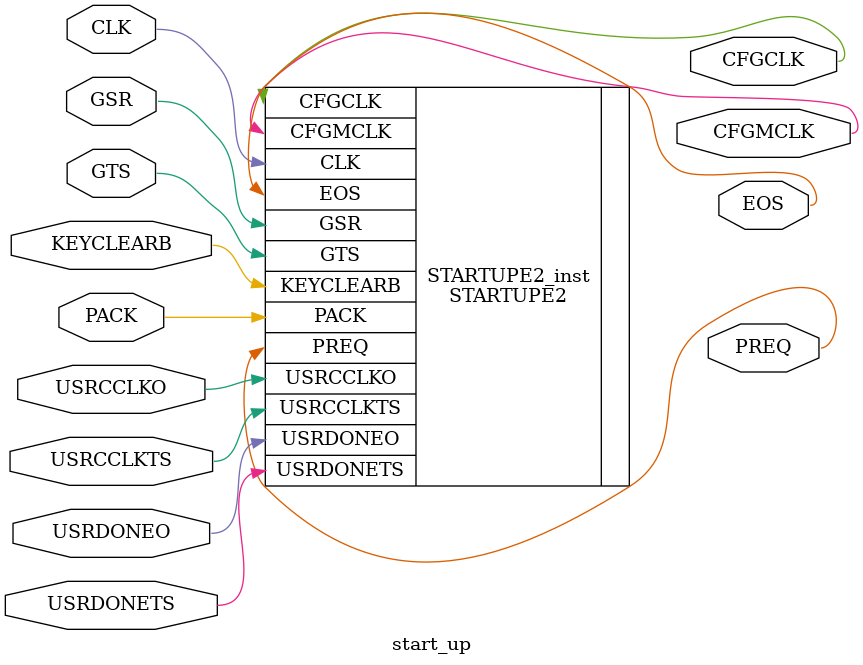
<source format=v>
module start_up(input CLK, input  GSR , input GTS , input KEYCLEARB, input  PACK , input USRCCLKO , input USRCCLKTS, input   USRDONEO, input  USRDONETS,
output CFGCLK, output CFGMCLK,output EOS, output PREQ);
STARTUPE2 #(
   .PROG_USR("FALSE"),  // Activate program event security feature. Requires encrypted bitstreams.
   .SIM_CCLK_FREQ(0.0)  // Set the Configuration Clock Frequency(ns) for simulation.
)
STARTUPE2_inst (
   .CFGCLK(CFGCLK),       // 1-bit output: Configuration main clock output
   .CFGMCLK(CFGMCLK),     // 1-bit output: Configuration internal oscillator clock output
   .EOS(EOS),             // 1-bit output: Active high output signal indicating the End Of Startup.
   .PREQ(PREQ),           // 1-bit output: PROGRAM request to fabric output
   .CLK(CLK),             // 1-bit input: User start-up clock input
   .GSR(GSR),             // 1-bit input: Global Set/Reset input (GSR cannot be used for the port name)
   .GTS(GTS),             // 1-bit input: Global 3-state input (GTS cannot be used for the port name)
   .KEYCLEARB(KEYCLEARB), // 1-bit input: Clear AES Decrypter Key input from Battery-Backed RAM (BBRAM)
   .PACK(PACK),           // 1-bit input: PROGRAM acknowledge input
   .USRCCLKO(USRCCLKO),   // 1-bit input: User CCLK input
                          // For Zynq-7000 devices, this input must be tied to GND
   .USRCCLKTS(USRCCLKTS), // 1-bit input: User CCLK 3-state enable input
                          // For Zynq-7000 devices, this input must be tied to VCC
   .USRDONEO(USRDONEO),   // 1-bit input: User DONE pin output control
   .USRDONETS(USRDONETS)  // 1-bit input: User DONE 3-state enable output
);

endmodule

</source>
